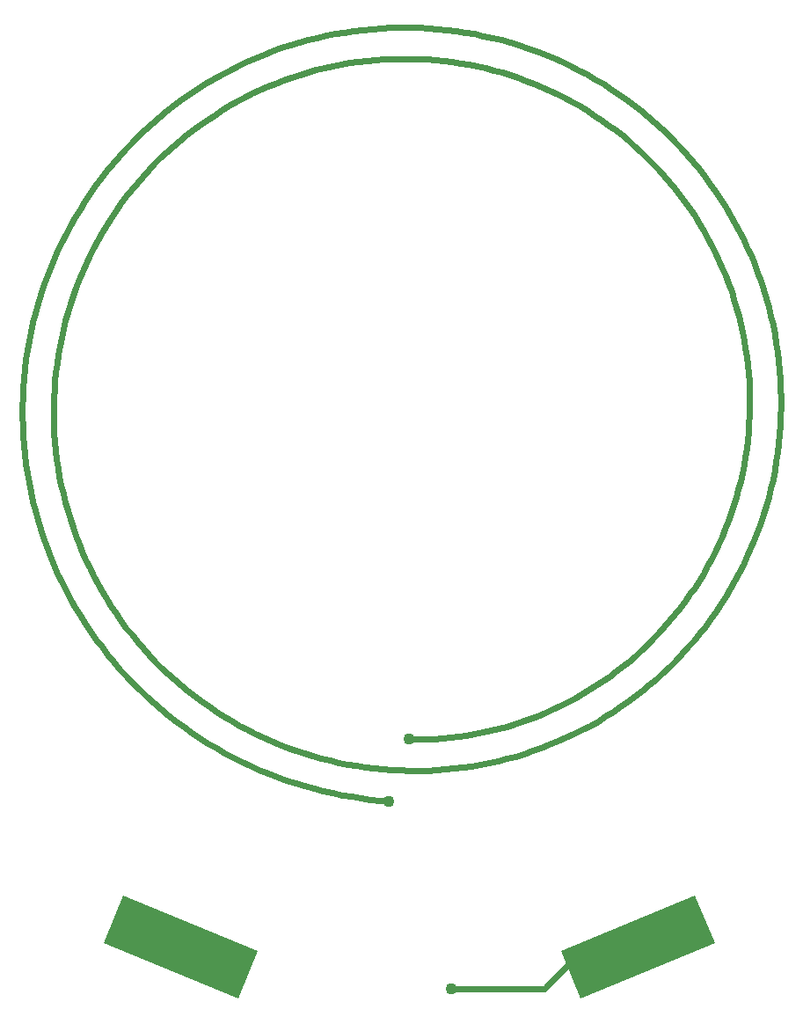
<source format=gbl>
G04 #@! TF.FileFunction,Copper,L2,Bot,Signal*
%FSLAX46Y46*%
G04 Gerber Fmt 4.6, Leading zero omitted, Abs format (unit mm)*
G04 Created by KiCad (PCBNEW 4.0.2-1.fc23-product) date Sat 04 Jun 2016 12:08:20 BST*
%MOMM*%
G01*
G04 APERTURE LIST*
%ADD10C,0.150000*%
%ADD11C,1.100000*%
%ADD12C,0.600000*%
G04 APERTURE END LIST*
D10*
G36*
X161239552Y-146238483D02*
X159326135Y-141619085D01*
X172260448Y-136261517D01*
X174173865Y-140880915D01*
X161239552Y-146238483D01*
X161239552Y-146238483D01*
G37*
G36*
X115326135Y-140880915D02*
X117239552Y-136261517D01*
X130173865Y-141619085D01*
X128260448Y-146238483D01*
X115326135Y-140880915D01*
X115326135Y-140880915D01*
G37*
D11*
X144740000Y-121250000D03*
X142750000Y-127250000D03*
X148750000Y-145250000D03*
D12*
X141950000Y-127120000D02*
X142750000Y-127250000D01*
X141020000Y-127030000D02*
X141950000Y-127120000D01*
X140100000Y-126910000D02*
X141020000Y-127030000D01*
X139180000Y-126770000D02*
X140100000Y-126910000D01*
X138260000Y-126610000D02*
X139180000Y-126770000D01*
X137350000Y-126430000D02*
X138260000Y-126610000D01*
X136440000Y-126230000D02*
X137350000Y-126430000D01*
X135540000Y-126000000D02*
X136440000Y-126230000D01*
X134640000Y-125750000D02*
X135540000Y-126000000D01*
X133760000Y-125480000D02*
X134640000Y-125750000D01*
X132870000Y-125190000D02*
X133760000Y-125480000D01*
X132000000Y-124880000D02*
X132870000Y-125190000D01*
X131130000Y-124540000D02*
X132000000Y-124880000D01*
X130270000Y-124190000D02*
X131130000Y-124540000D01*
X129430000Y-123810000D02*
X130270000Y-124190000D01*
X128590000Y-123420000D02*
X129430000Y-123810000D01*
X127760000Y-123000000D02*
X128590000Y-123420000D01*
X126940000Y-122560000D02*
X127760000Y-123000000D01*
X126140000Y-122100000D02*
X126940000Y-122560000D01*
X125340000Y-121630000D02*
X126140000Y-122100000D01*
X124560000Y-121130000D02*
X125340000Y-121630000D01*
X123790000Y-120620000D02*
X124560000Y-121130000D01*
X123030000Y-120080000D02*
X123790000Y-120620000D01*
X122290000Y-119530000D02*
X123030000Y-120080000D01*
X121560000Y-118960000D02*
X122290000Y-119530000D01*
X120850000Y-118380000D02*
X121560000Y-118960000D01*
X120150000Y-117770000D02*
X120850000Y-118380000D01*
X119460000Y-117150000D02*
X120150000Y-117770000D01*
X118790000Y-116510000D02*
X119460000Y-117150000D01*
X118140000Y-115860000D02*
X118790000Y-116510000D01*
X117500000Y-115190000D02*
X118140000Y-115860000D01*
X116880000Y-114510000D02*
X117500000Y-115190000D01*
X116280000Y-113810000D02*
X116880000Y-114510000D01*
X115700000Y-113090000D02*
X116280000Y-113810000D01*
X115130000Y-112370000D02*
X115700000Y-113090000D01*
X114580000Y-111630000D02*
X115130000Y-112370000D01*
X114050000Y-110870000D02*
X114580000Y-111630000D01*
X113540000Y-110110000D02*
X114050000Y-110870000D01*
X113050000Y-109330000D02*
X113540000Y-110110000D01*
X112570000Y-108540000D02*
X113050000Y-109330000D01*
X112120000Y-107740000D02*
X112570000Y-108540000D01*
X111690000Y-106930000D02*
X112120000Y-107740000D01*
X111270000Y-106100000D02*
X111690000Y-106930000D01*
X110880000Y-105270000D02*
X111270000Y-106100000D01*
X110510000Y-104430000D02*
X110880000Y-105270000D01*
X110160000Y-103580000D02*
X110510000Y-104430000D01*
X109830000Y-102720000D02*
X110160000Y-103580000D01*
X109520000Y-101860000D02*
X109830000Y-102720000D01*
X109230000Y-100990000D02*
X109520000Y-101860000D01*
X108960000Y-100110000D02*
X109230000Y-100990000D01*
X108720000Y-99220000D02*
X108960000Y-100110000D01*
X108500000Y-98330000D02*
X108720000Y-99220000D01*
X108300000Y-97440000D02*
X108500000Y-98330000D01*
X108120000Y-96540000D02*
X108300000Y-97440000D01*
X107960000Y-95640000D02*
X108120000Y-96540000D01*
X107830000Y-94730000D02*
X107960000Y-95640000D01*
X107720000Y-93820000D02*
X107830000Y-94730000D01*
X107630000Y-92910000D02*
X107720000Y-93820000D01*
X107560000Y-92000000D02*
X107630000Y-92910000D01*
X107520000Y-91080000D02*
X107560000Y-92000000D01*
X107490000Y-90170000D02*
X107520000Y-91080000D01*
X107500000Y-89240000D02*
X107490000Y-90170000D01*
X107520000Y-88330000D02*
X107500000Y-89240000D01*
X107560000Y-87420000D02*
X107520000Y-88330000D01*
X107630000Y-86510000D02*
X107560000Y-87420000D01*
X107720000Y-85600000D02*
X107630000Y-86510000D01*
X107830000Y-84690000D02*
X107720000Y-85600000D01*
X107970000Y-83790000D02*
X107830000Y-84690000D01*
X108120000Y-82890000D02*
X107970000Y-83790000D01*
X108300000Y-82000000D02*
X108120000Y-82890000D01*
X108500000Y-81110000D02*
X108300000Y-82000000D01*
X108730000Y-80220000D02*
X108500000Y-81110000D01*
X108970000Y-79340000D02*
X108730000Y-80220000D01*
X109230000Y-78470000D02*
X108970000Y-79340000D01*
X109520000Y-77610000D02*
X109230000Y-78470000D01*
X109830000Y-76750000D02*
X109520000Y-77610000D01*
X110160000Y-75900000D02*
X109830000Y-76750000D01*
X110500000Y-75060000D02*
X110160000Y-75900000D01*
X110870000Y-74230000D02*
X110500000Y-75060000D01*
X111260000Y-73410000D02*
X110870000Y-74230000D01*
X111670000Y-72600000D02*
X111260000Y-73410000D01*
X112100000Y-71800000D02*
X111670000Y-72600000D01*
X112550000Y-71010000D02*
X112100000Y-71800000D01*
X113020000Y-70230000D02*
X112550000Y-71010000D01*
X113500000Y-69460000D02*
X113020000Y-70230000D01*
X114010000Y-68710000D02*
X113500000Y-69460000D01*
X114530000Y-67960000D02*
X114010000Y-68710000D01*
X115070000Y-67240000D02*
X114530000Y-67960000D01*
X115630000Y-66520000D02*
X115070000Y-67240000D01*
X116200000Y-65820000D02*
X115630000Y-66520000D01*
X116800000Y-65140000D02*
X116200000Y-65820000D01*
X117410000Y-64470000D02*
X116800000Y-65140000D01*
X118030000Y-63810000D02*
X117410000Y-64470000D01*
X118670000Y-63170000D02*
X118030000Y-63810000D01*
X119330000Y-62550000D02*
X118670000Y-63170000D01*
X120000000Y-61940000D02*
X119330000Y-62550000D01*
X120680000Y-61350000D02*
X120000000Y-61940000D01*
X121380000Y-60780000D02*
X120680000Y-61350000D01*
X122090000Y-60220000D02*
X121380000Y-60780000D01*
X122820000Y-59680000D02*
X122090000Y-60220000D01*
X123560000Y-59160000D02*
X122820000Y-59680000D01*
X124310000Y-58660000D02*
X123560000Y-59160000D01*
X125070000Y-58180000D02*
X124310000Y-58660000D01*
X125850000Y-57720000D02*
X125070000Y-58180000D01*
X126630000Y-57270000D02*
X125850000Y-57720000D01*
X127430000Y-56850000D02*
X126630000Y-57270000D01*
X128230000Y-56440000D02*
X127430000Y-56850000D01*
X129050000Y-56060000D02*
X128230000Y-56440000D01*
X129870000Y-55690000D02*
X129050000Y-56060000D01*
X130710000Y-55350000D02*
X129870000Y-55690000D01*
X131550000Y-55030000D02*
X130710000Y-55350000D01*
X132390000Y-54720000D02*
X131550000Y-55030000D01*
X133250000Y-54440000D02*
X132390000Y-54720000D01*
X134110000Y-54180000D02*
X133250000Y-54440000D01*
X134980000Y-53940000D02*
X134110000Y-54180000D01*
X135850000Y-53730000D02*
X134980000Y-53940000D01*
X136720000Y-53530000D02*
X135850000Y-53730000D01*
X137610000Y-53350000D02*
X136720000Y-53530000D01*
X138490000Y-53200000D02*
X137610000Y-53350000D01*
X139380000Y-53070000D02*
X138490000Y-53200000D01*
X140270000Y-52960000D02*
X139380000Y-53070000D01*
X141160000Y-52870000D02*
X140270000Y-52960000D01*
X142060000Y-52810000D02*
X141160000Y-52870000D01*
X142950000Y-52770000D02*
X142060000Y-52810000D01*
X143850000Y-52740000D02*
X142950000Y-52770000D01*
X144760000Y-52750000D02*
X143850000Y-52740000D01*
X145650000Y-52770000D02*
X144760000Y-52750000D01*
X146540000Y-52810000D02*
X145650000Y-52770000D01*
X147440000Y-52880000D02*
X146540000Y-52810000D01*
X148330000Y-52970000D02*
X147440000Y-52880000D01*
X149220000Y-53080000D02*
X148330000Y-52970000D01*
X150100000Y-53210000D02*
X149220000Y-53080000D01*
X150980000Y-53360000D02*
X150100000Y-53210000D01*
X151860000Y-53540000D02*
X150980000Y-53360000D01*
X152730000Y-53730000D02*
X151860000Y-53540000D01*
X153600000Y-53950000D02*
X152730000Y-53730000D01*
X154460000Y-54190000D02*
X153600000Y-53950000D01*
X155310000Y-54450000D02*
X154460000Y-54190000D01*
X156160000Y-54730000D02*
X155310000Y-54450000D01*
X157000000Y-55030000D02*
X156160000Y-54730000D01*
X157830000Y-55350000D02*
X157000000Y-55030000D01*
X158650000Y-55700000D02*
X157830000Y-55350000D01*
X159470000Y-56060000D02*
X158650000Y-55700000D01*
X160270000Y-56440000D02*
X159470000Y-56060000D01*
X161070000Y-56840000D02*
X160270000Y-56440000D01*
X161850000Y-57260000D02*
X161070000Y-56840000D01*
X162620000Y-57700000D02*
X161850000Y-57260000D01*
X163390000Y-58160000D02*
X162620000Y-57700000D01*
X164140000Y-58640000D02*
X163390000Y-58160000D01*
X164880000Y-59130000D02*
X164140000Y-58640000D01*
X165600000Y-59640000D02*
X164880000Y-59130000D01*
X166320000Y-60170000D02*
X165600000Y-59640000D01*
X167020000Y-60720000D02*
X166320000Y-60170000D01*
X167700000Y-61280000D02*
X167020000Y-60720000D01*
X168370000Y-61860000D02*
X167700000Y-61280000D01*
X169030000Y-62460000D02*
X168370000Y-61860000D01*
X169670000Y-63070000D02*
X169030000Y-62460000D01*
X170300000Y-63700000D02*
X169670000Y-63070000D01*
X170910000Y-64340000D02*
X170300000Y-63700000D01*
X171500000Y-65000000D02*
X170910000Y-64340000D01*
X172080000Y-65670000D02*
X171500000Y-65000000D01*
X172640000Y-66360000D02*
X172080000Y-65670000D01*
X173190000Y-67060000D02*
X172640000Y-66360000D01*
X173710000Y-67770000D02*
X173190000Y-67060000D01*
X174220000Y-68490000D02*
X173710000Y-67770000D01*
X174710000Y-69230000D02*
X174220000Y-68490000D01*
X175190000Y-69970000D02*
X174710000Y-69230000D01*
X175640000Y-70730000D02*
X175190000Y-69970000D01*
X176070000Y-71500000D02*
X175640000Y-70730000D01*
X176490000Y-72280000D02*
X176070000Y-71500000D01*
X176890000Y-73070000D02*
X176490000Y-72280000D01*
X177260000Y-73870000D02*
X176890000Y-73070000D01*
X177620000Y-74680000D02*
X177260000Y-73870000D01*
X177960000Y-75490000D02*
X177620000Y-74680000D01*
X178270000Y-76320000D02*
X177960000Y-75490000D01*
X178570000Y-77150000D02*
X178270000Y-76320000D01*
X178850000Y-77980000D02*
X178570000Y-77150000D01*
X179100000Y-78830000D02*
X178850000Y-77980000D01*
X179330000Y-79680000D02*
X179100000Y-78830000D01*
X179550000Y-80530000D02*
X179330000Y-79680000D01*
X179740000Y-81390000D02*
X179550000Y-80530000D01*
X179910000Y-82250000D02*
X179740000Y-81390000D01*
X180060000Y-83120000D02*
X179910000Y-82250000D01*
X180190000Y-83990000D02*
X180060000Y-83120000D01*
X180290000Y-84860000D02*
X180190000Y-83990000D01*
X180380000Y-85740000D02*
X180290000Y-84860000D01*
X180440000Y-86610000D02*
X180380000Y-85740000D01*
X180490000Y-87490000D02*
X180440000Y-86610000D01*
X180510000Y-88370000D02*
X180490000Y-87490000D01*
X180500000Y-89260000D02*
X180510000Y-88370000D01*
X180480000Y-90130000D02*
X180500000Y-89260000D01*
X180440000Y-91010000D02*
X180480000Y-90130000D01*
X180370000Y-91880000D02*
X180440000Y-91010000D01*
X180290000Y-92750000D02*
X180370000Y-91880000D01*
X180180000Y-93620000D02*
X180290000Y-92750000D01*
X180050000Y-94490000D02*
X180180000Y-93620000D01*
X179900000Y-95350000D02*
X180050000Y-94490000D01*
X179730000Y-96210000D02*
X179900000Y-95350000D01*
X179530000Y-97060000D02*
X179730000Y-96210000D01*
X179320000Y-97910000D02*
X179530000Y-97060000D01*
X179090000Y-98760000D02*
X179320000Y-97910000D01*
X178830000Y-99590000D02*
X179090000Y-98760000D01*
X178560000Y-100420000D02*
X178830000Y-99590000D01*
X178260000Y-101240000D02*
X178560000Y-100420000D01*
X177950000Y-102060000D02*
X178260000Y-101240000D01*
X177610000Y-102860000D02*
X177950000Y-102060000D01*
X177260000Y-103660000D02*
X177610000Y-102860000D01*
X176880000Y-104450000D02*
X177260000Y-103660000D01*
X176490000Y-105230000D02*
X176880000Y-104450000D01*
X176080000Y-106000000D02*
X176490000Y-105230000D01*
X175650000Y-106750000D02*
X176080000Y-106000000D01*
X175200000Y-107500000D02*
X175650000Y-106750000D01*
X174730000Y-108240000D02*
X175200000Y-107500000D01*
X174250000Y-108960000D02*
X174730000Y-108240000D01*
X173740000Y-109670000D02*
X174250000Y-108960000D01*
X173220000Y-110370000D02*
X173740000Y-109670000D01*
X172690000Y-111050000D02*
X173220000Y-110370000D01*
X172140000Y-111730000D02*
X172690000Y-111050000D01*
X171570000Y-112380000D02*
X172140000Y-111730000D01*
X170980000Y-113030000D02*
X171570000Y-112380000D01*
X170380000Y-113660000D02*
X170980000Y-113030000D01*
X169770000Y-114270000D02*
X170380000Y-113660000D01*
X169140000Y-114870000D02*
X169770000Y-114270000D01*
X168500000Y-115450000D02*
X169140000Y-114870000D01*
X167840000Y-116010000D02*
X168500000Y-115450000D01*
X167170000Y-116560000D02*
X167840000Y-116010000D01*
X166480000Y-117100000D02*
X167170000Y-116560000D01*
X165790000Y-117610000D02*
X166480000Y-117100000D01*
X165080000Y-118110000D02*
X165790000Y-117610000D01*
X164360000Y-118590000D02*
X165080000Y-118110000D01*
X163620000Y-119050000D02*
X164360000Y-118590000D01*
X162880000Y-119500000D02*
X163620000Y-119050000D01*
X162130000Y-119920000D02*
X162880000Y-119500000D01*
X161360000Y-120330000D02*
X162130000Y-119920000D01*
X160590000Y-120720000D02*
X161360000Y-120330000D01*
X159810000Y-121090000D02*
X160590000Y-120720000D01*
X159020000Y-121430000D02*
X159810000Y-121090000D01*
X158220000Y-121760000D02*
X159020000Y-121430000D01*
X157410000Y-122070000D02*
X158220000Y-121760000D01*
X156600000Y-122360000D02*
X157410000Y-122070000D01*
X155780000Y-122630000D02*
X156600000Y-122360000D01*
X154960000Y-122880000D02*
X155780000Y-122630000D01*
X154120000Y-123110000D02*
X154960000Y-122880000D01*
X153290000Y-123320000D02*
X154120000Y-123110000D01*
X152450000Y-123510000D02*
X153290000Y-123320000D01*
X151600000Y-123670000D02*
X152450000Y-123510000D01*
X150750000Y-123820000D02*
X151600000Y-123670000D01*
X149900000Y-123950000D02*
X150750000Y-123820000D01*
X149050000Y-124050000D02*
X149900000Y-123950000D01*
X148190000Y-124130000D02*
X149050000Y-124050000D01*
X147330000Y-124200000D02*
X148190000Y-124130000D01*
X146470000Y-124240000D02*
X147330000Y-124200000D01*
X145610000Y-124260000D02*
X146470000Y-124240000D01*
X144740000Y-124250000D02*
X145610000Y-124260000D01*
X143890000Y-124230000D02*
X144740000Y-124250000D01*
X143030000Y-124190000D02*
X143890000Y-124230000D01*
X142170000Y-124130000D02*
X143030000Y-124190000D01*
X141320000Y-124040000D02*
X142170000Y-124130000D01*
X140470000Y-123930000D02*
X141320000Y-124040000D01*
X139620000Y-123810000D02*
X140470000Y-123930000D01*
X138780000Y-123660000D02*
X139620000Y-123810000D01*
X137940000Y-123490000D02*
X138780000Y-123660000D01*
X137100000Y-123300000D02*
X137940000Y-123490000D01*
X136270000Y-123090000D02*
X137100000Y-123300000D01*
X135440000Y-122860000D02*
X136270000Y-123090000D01*
X134630000Y-122610000D02*
X135440000Y-122860000D01*
X133810000Y-122340000D02*
X134630000Y-122610000D01*
X133010000Y-122050000D02*
X133810000Y-122340000D01*
X132210000Y-121750000D02*
X133010000Y-122050000D01*
X131420000Y-121420000D02*
X132210000Y-121750000D01*
X130640000Y-121070000D02*
X131420000Y-121420000D01*
X129870000Y-120700000D02*
X130640000Y-121070000D01*
X129110000Y-120320000D02*
X129870000Y-120700000D01*
X128360000Y-119920000D02*
X129110000Y-120320000D01*
X127610000Y-119490000D02*
X128360000Y-119920000D01*
X126880000Y-119050000D02*
X127610000Y-119490000D01*
X126160000Y-118600000D02*
X126880000Y-119050000D01*
X125460000Y-118120000D02*
X126160000Y-118600000D01*
X124760000Y-117630000D02*
X125460000Y-118120000D01*
X124080000Y-117120000D02*
X124760000Y-117630000D01*
X123410000Y-116600000D02*
X124080000Y-117120000D01*
X122750000Y-116060000D02*
X123410000Y-116600000D01*
X122110000Y-115500000D02*
X122750000Y-116060000D01*
X121480000Y-114930000D02*
X122110000Y-115500000D01*
X120860000Y-114340000D02*
X121480000Y-114930000D01*
X120260000Y-113740000D02*
X120860000Y-114340000D01*
X119680000Y-113120000D02*
X120260000Y-113740000D01*
X119110000Y-112490000D02*
X119680000Y-113120000D01*
X118550000Y-111850000D02*
X119110000Y-112490000D01*
X118020000Y-111190000D02*
X118550000Y-111850000D01*
X117490000Y-110520000D02*
X118020000Y-111190000D01*
X116990000Y-109840000D02*
X117490000Y-110520000D01*
X116500000Y-109150000D02*
X116990000Y-109840000D01*
X116030000Y-108440000D02*
X116500000Y-109150000D01*
X115580000Y-107720000D02*
X116030000Y-108440000D01*
X115150000Y-107000000D02*
X115580000Y-107720000D01*
X114730000Y-106260000D02*
X115150000Y-107000000D01*
X114330000Y-105510000D02*
X114730000Y-106260000D01*
X113950000Y-104750000D02*
X114330000Y-105510000D01*
X113590000Y-103990000D02*
X113950000Y-104750000D01*
X113250000Y-103220000D02*
X113590000Y-103990000D01*
X112930000Y-102430000D02*
X113250000Y-103220000D01*
X112630000Y-101640000D02*
X112930000Y-102430000D01*
X112340000Y-100850000D02*
X112630000Y-101640000D01*
X112080000Y-100050000D02*
X112340000Y-100850000D01*
X111840000Y-99240000D02*
X112080000Y-100050000D01*
X111610000Y-98420000D02*
X111840000Y-99240000D01*
X111410000Y-97610000D02*
X111610000Y-98420000D01*
X111220000Y-96780000D02*
X111410000Y-97610000D01*
X111060000Y-95960000D02*
X111220000Y-96780000D01*
X110920000Y-95120000D02*
X111060000Y-95960000D01*
X110800000Y-94290000D02*
X110920000Y-95120000D01*
X110690000Y-93450000D02*
X110800000Y-94290000D01*
X110610000Y-92620000D02*
X110690000Y-93450000D01*
X110550000Y-91780000D02*
X110610000Y-92620000D01*
X110510000Y-90940000D02*
X110550000Y-91780000D01*
X110490000Y-90100000D02*
X110510000Y-90940000D01*
X110500000Y-89240000D02*
X110490000Y-90100000D01*
X110520000Y-88400000D02*
X110500000Y-89240000D01*
X110560000Y-87570000D02*
X110520000Y-88400000D01*
X110620000Y-86730000D02*
X110560000Y-87570000D01*
X110710000Y-85890000D02*
X110620000Y-86730000D01*
X110810000Y-85060000D02*
X110710000Y-85890000D01*
X110940000Y-84230000D02*
X110810000Y-85060000D01*
X111080000Y-83400000D02*
X110940000Y-84230000D01*
X111250000Y-82580000D02*
X111080000Y-83400000D01*
X111430000Y-81760000D02*
X111250000Y-82580000D01*
X111640000Y-80950000D02*
X111430000Y-81760000D01*
X111860000Y-80140000D02*
X111640000Y-80950000D01*
X112100000Y-79340000D02*
X111860000Y-80140000D01*
X112370000Y-78550000D02*
X112100000Y-79340000D01*
X112650000Y-77760000D02*
X112370000Y-78550000D01*
X112950000Y-76980000D02*
X112650000Y-77760000D01*
X113280000Y-76210000D02*
X112950000Y-76980000D01*
X113620000Y-75450000D02*
X113280000Y-76210000D01*
X113970000Y-74690000D02*
X113620000Y-75450000D01*
X114350000Y-73950000D02*
X113970000Y-74690000D01*
X114750000Y-73210000D02*
X114350000Y-73950000D01*
X115160000Y-72480000D02*
X114750000Y-73210000D01*
X115590000Y-71770000D02*
X115160000Y-72480000D01*
X116040000Y-71070000D02*
X115590000Y-71770000D01*
X116500000Y-70370000D02*
X116040000Y-71070000D01*
X116980000Y-69690000D02*
X116500000Y-70370000D01*
X117480000Y-69020000D02*
X116980000Y-69690000D01*
X117990000Y-68370000D02*
X117480000Y-69020000D01*
X118520000Y-67730000D02*
X117990000Y-68370000D01*
X119070000Y-67100000D02*
X118520000Y-67730000D01*
X119630000Y-66480000D02*
X119070000Y-67100000D01*
X120200000Y-65880000D02*
X119630000Y-66480000D01*
X120790000Y-65290000D02*
X120200000Y-65880000D01*
X121390000Y-64720000D02*
X120790000Y-65290000D01*
X122010000Y-64160000D02*
X121390000Y-64720000D01*
X122640000Y-63620000D02*
X122010000Y-64160000D01*
X123280000Y-63100000D02*
X122640000Y-63620000D01*
X123940000Y-62590000D02*
X123280000Y-63100000D01*
X124610000Y-62090000D02*
X123940000Y-62590000D01*
X125290000Y-61620000D02*
X124610000Y-62090000D01*
X125980000Y-61160000D02*
X125290000Y-61620000D01*
X126680000Y-60710000D02*
X125980000Y-61160000D01*
X127390000Y-60290000D02*
X126680000Y-60710000D01*
X128110000Y-59880000D02*
X127390000Y-60290000D01*
X128840000Y-59490000D02*
X128110000Y-59880000D01*
X129580000Y-59120000D02*
X128840000Y-59490000D01*
X130330000Y-58770000D02*
X129580000Y-59120000D01*
X131090000Y-58440000D02*
X130330000Y-58770000D01*
X131850000Y-58120000D02*
X131090000Y-58440000D01*
X132630000Y-57830000D02*
X131850000Y-58120000D01*
X133400000Y-57550000D02*
X132630000Y-57830000D01*
X134190000Y-57290000D02*
X133400000Y-57550000D01*
X134980000Y-57050000D02*
X134190000Y-57290000D01*
X135780000Y-56830000D02*
X134980000Y-57050000D01*
X136580000Y-56640000D02*
X135780000Y-56830000D01*
X137380000Y-56460000D02*
X136580000Y-56640000D01*
X138190000Y-56300000D02*
X137380000Y-56460000D01*
X139000000Y-56160000D02*
X138190000Y-56300000D01*
X139820000Y-56040000D02*
X139000000Y-56160000D01*
X140640000Y-55940000D02*
X139820000Y-56040000D01*
X141460000Y-55860000D02*
X140640000Y-55940000D01*
X142280000Y-55800000D02*
X141460000Y-55860000D01*
X143100000Y-55760000D02*
X142280000Y-55800000D01*
X143920000Y-55740000D02*
X143100000Y-55760000D01*
X144760000Y-55750000D02*
X143920000Y-55740000D01*
X145580000Y-55770000D02*
X144760000Y-55750000D01*
X146400000Y-55810000D02*
X145580000Y-55770000D01*
X147220000Y-55870000D02*
X146400000Y-55810000D01*
X148030000Y-55950000D02*
X147220000Y-55870000D01*
X148850000Y-56060000D02*
X148030000Y-55950000D01*
X149660000Y-56180000D02*
X148850000Y-56060000D01*
X150470000Y-56320000D02*
X149660000Y-56180000D01*
X151270000Y-56480000D02*
X150470000Y-56320000D01*
X152070000Y-56660000D02*
X151270000Y-56480000D01*
X152870000Y-56860000D02*
X152070000Y-56660000D01*
X153660000Y-57080000D02*
X152870000Y-56860000D01*
X154440000Y-57320000D02*
X153660000Y-57080000D01*
X155220000Y-57580000D02*
X154440000Y-57320000D01*
X155990000Y-57860000D02*
X155220000Y-57580000D01*
X156750000Y-58150000D02*
X155990000Y-57860000D01*
X157500000Y-58470000D02*
X156750000Y-58150000D01*
X158250000Y-58800000D02*
X157500000Y-58470000D01*
X158990000Y-59150000D02*
X158250000Y-58800000D01*
X159720000Y-59520000D02*
X158990000Y-59150000D01*
X160440000Y-59910000D02*
X159720000Y-59520000D01*
X161150000Y-60310000D02*
X160440000Y-59910000D01*
X161840000Y-60730000D02*
X161150000Y-60310000D01*
X162530000Y-61170000D02*
X161840000Y-60730000D01*
X163210000Y-61620000D02*
X162530000Y-61170000D01*
X163880000Y-62100000D02*
X163210000Y-61620000D01*
X164530000Y-62580000D02*
X163880000Y-62100000D01*
X165170000Y-63080000D02*
X164530000Y-62580000D01*
X165800000Y-63600000D02*
X165170000Y-63080000D01*
X166410000Y-64140000D02*
X165800000Y-63600000D01*
X167020000Y-64680000D02*
X166410000Y-64140000D01*
X167600000Y-65250000D02*
X167020000Y-64680000D01*
X168180000Y-65820000D02*
X167600000Y-65250000D01*
X168740000Y-66410000D02*
X168180000Y-65820000D01*
X169280000Y-67020000D02*
X168740000Y-66410000D01*
X169810000Y-67630000D02*
X169280000Y-67020000D01*
X170320000Y-68260000D02*
X169810000Y-67630000D01*
X170820000Y-68900000D02*
X170320000Y-68260000D01*
X171300000Y-69550000D02*
X170820000Y-68900000D01*
X171770000Y-70220000D02*
X171300000Y-69550000D01*
X172220000Y-70890000D02*
X171770000Y-70220000D01*
X172650000Y-71580000D02*
X172220000Y-70890000D01*
X173070000Y-72280000D02*
X172650000Y-71580000D01*
X173460000Y-72980000D02*
X173070000Y-72280000D01*
X173840000Y-73700000D02*
X173460000Y-72980000D01*
X174210000Y-74420000D02*
X173840000Y-73700000D01*
X174550000Y-75150000D02*
X174210000Y-74420000D01*
X174880000Y-75890000D02*
X174550000Y-75150000D01*
X175190000Y-76640000D02*
X174880000Y-75890000D01*
X175470000Y-77400000D02*
X175190000Y-76640000D01*
X175750000Y-78160000D02*
X175470000Y-77400000D01*
X176000000Y-78920000D02*
X175750000Y-78160000D01*
X176230000Y-79700000D02*
X176000000Y-78920000D01*
X176440000Y-80480000D02*
X176230000Y-79700000D01*
X176640000Y-81260000D02*
X176440000Y-80480000D01*
X176810000Y-82050000D02*
X176640000Y-81260000D01*
X176970000Y-82840000D02*
X176810000Y-82050000D01*
X177100000Y-83630000D02*
X176970000Y-82840000D01*
X177220000Y-84430000D02*
X177100000Y-83630000D01*
X177320000Y-85230000D02*
X177220000Y-84430000D01*
X177390000Y-86030000D02*
X177320000Y-85230000D01*
X177450000Y-86830000D02*
X177390000Y-86030000D01*
X177490000Y-87640000D02*
X177450000Y-86830000D01*
X177510000Y-88440000D02*
X177490000Y-87640000D01*
X177500000Y-89260000D02*
X177510000Y-88440000D01*
X177480000Y-90060000D02*
X177500000Y-89260000D01*
X177440000Y-90860000D02*
X177480000Y-90060000D01*
X177380000Y-91660000D02*
X177440000Y-90860000D01*
X177300000Y-92460000D02*
X177380000Y-91660000D01*
X177200000Y-93260000D02*
X177300000Y-92460000D01*
X177080000Y-94050000D02*
X177200000Y-93260000D01*
X176940000Y-94840000D02*
X177080000Y-94050000D01*
X176780000Y-95630000D02*
X176940000Y-94840000D01*
X176610000Y-96410000D02*
X176780000Y-95630000D01*
X176410000Y-97180000D02*
X176610000Y-96410000D01*
X176190000Y-97960000D02*
X176410000Y-97180000D01*
X175960000Y-98720000D02*
X176190000Y-97960000D01*
X175710000Y-99480000D02*
X175960000Y-98720000D01*
X175440000Y-100230000D02*
X175710000Y-99480000D01*
X175150000Y-100980000D02*
X175440000Y-100230000D01*
X174840000Y-101720000D02*
X175150000Y-100980000D01*
X174510000Y-102450000D02*
X174840000Y-101720000D01*
X174170000Y-103170000D02*
X174510000Y-102450000D01*
X173810000Y-103880000D02*
X174170000Y-103170000D01*
X173430000Y-104580000D02*
X173810000Y-103880000D01*
X173040000Y-105280000D02*
X173430000Y-104580000D01*
X172620000Y-105960000D02*
X173040000Y-105280000D01*
X172200000Y-106630000D02*
X172620000Y-105960000D01*
X171750000Y-107290000D02*
X172200000Y-106630000D01*
X171290000Y-107940000D02*
X171750000Y-107290000D01*
X170820000Y-108580000D02*
X171290000Y-107940000D01*
X170320000Y-109210000D02*
X170820000Y-108580000D01*
X169820000Y-109820000D02*
X170320000Y-109210000D01*
X169300000Y-110420000D02*
X169820000Y-109820000D01*
X168760000Y-111010000D02*
X169300000Y-110420000D01*
X168210000Y-111590000D02*
X168760000Y-111010000D01*
X167650000Y-112150000D02*
X168210000Y-111590000D01*
X167070000Y-112690000D02*
X167650000Y-112150000D01*
X166480000Y-113230000D02*
X167070000Y-112690000D01*
X165880000Y-113740000D02*
X166480000Y-113230000D01*
X165260000Y-114240000D02*
X165880000Y-113740000D01*
X164640000Y-114730000D02*
X165260000Y-114240000D01*
X164000000Y-115200000D02*
X164640000Y-114730000D01*
X163350000Y-115660000D02*
X164000000Y-115200000D01*
X162690000Y-116100000D02*
X163350000Y-115660000D01*
X162020000Y-116520000D02*
X162690000Y-116100000D01*
X161340000Y-116920000D02*
X162020000Y-116520000D01*
X160650000Y-117310000D02*
X161340000Y-116920000D01*
X159950000Y-117680000D02*
X160650000Y-117310000D01*
X159240000Y-118040000D02*
X159950000Y-117680000D01*
X158530000Y-118370000D02*
X159240000Y-118040000D01*
X157800000Y-118690000D02*
X158530000Y-118370000D01*
X157070000Y-118990000D02*
X157800000Y-118690000D01*
X156330000Y-119270000D02*
X157070000Y-118990000D01*
X155590000Y-119540000D02*
X156330000Y-119270000D01*
X154840000Y-119780000D02*
X155590000Y-119540000D01*
X154080000Y-120010000D02*
X154840000Y-119780000D01*
X153320000Y-120220000D02*
X154080000Y-120010000D01*
X152560000Y-120410000D02*
X153320000Y-120220000D01*
X151790000Y-120580000D02*
X152560000Y-120410000D01*
X151020000Y-120730000D02*
X151790000Y-120580000D01*
X150240000Y-120860000D02*
X151020000Y-120730000D01*
X149460000Y-120980000D02*
X150240000Y-120860000D01*
X148680000Y-121070000D02*
X149460000Y-120980000D01*
X147900000Y-121150000D02*
X148680000Y-121070000D01*
X147110000Y-121200000D02*
X147900000Y-121150000D01*
X146330000Y-121240000D02*
X147110000Y-121200000D01*
X145540000Y-121260000D02*
X146330000Y-121240000D01*
X144740000Y-121250000D02*
X145540000Y-121260000D01*
X157750000Y-145250000D02*
X148750000Y-145250000D01*
X161750000Y-141250000D02*
X157750000Y-145250000D01*
X166750000Y-141250000D02*
X161750000Y-141250000D01*
M02*

</source>
